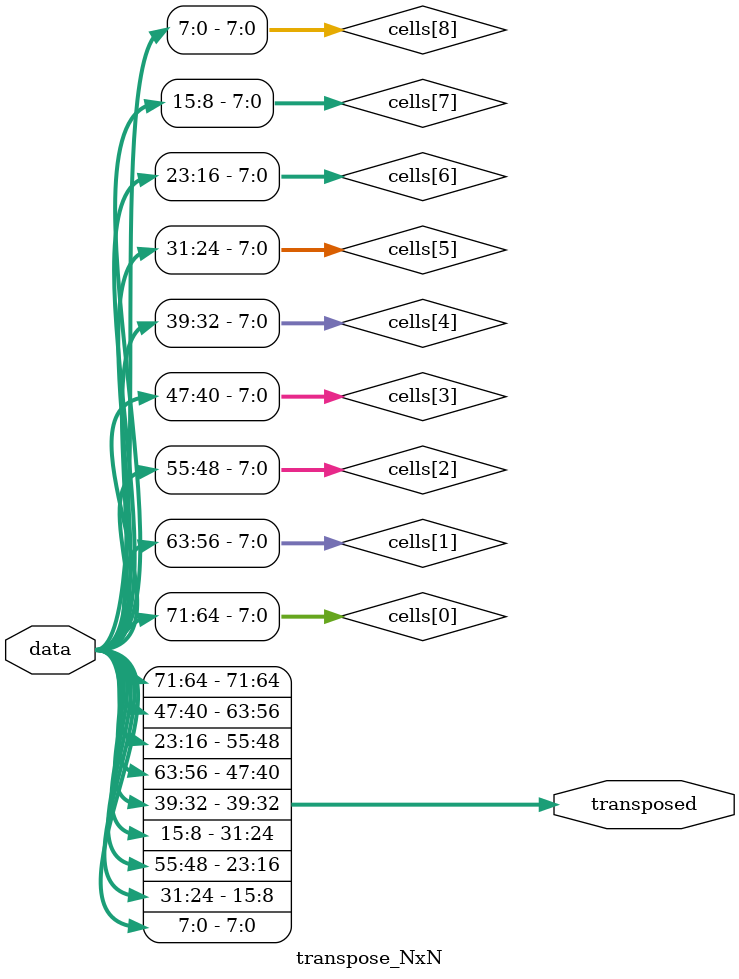
<source format=v>









module transpose_NxN #(
    parameter SIZE = 3,
    parameter DATA_WIDTH = 8
    )(

    input [SIZE*SIZE*DATA_WIDTH-1:0] data,
    output [SIZE*SIZE*DATA_WIDTH-1:0] transposed
    );


    // Separate input data into lines
    wire [DATA_WIDTH-1:0] cells [0:SIZE-1][0:SIZE-1];

    // Extract lines from data
    // Put sorted lines to sorted data
    genvar i;
    genvar j;
    generate
    for(i=0; i<SIZE; i=i+1) begin
        for(j=0; j<SIZE; j=j+1) begin
        //assign cells[i][j] = data[SIZE*(SIZE-i)*DATA_WIDTH-1 -: SIZE*DATA_WIDTH];
            assign cells[i][j] = data[SIZE*(SIZE-i)*DATA_WIDTH- (j*DATA_WIDTH) - 1 -: DATA_WIDTH];
            assign transposed[SIZE*(SIZE-i)*DATA_WIDTH- (j*DATA_WIDTH) - 1 -: DATA_WIDTH] = cells[j][i];
        end
    end
    endgenerate













endmodule

</source>
